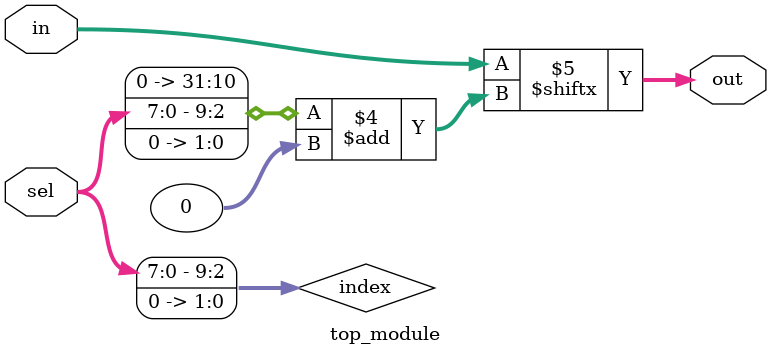
<source format=sv>
module top_module (
	input [1023:0] in,
	input [7:0] sel,
	output [3:0] out
);
	// Calculate the starting index of the 4-bit block
	// based on the selection vector (sel)
	reg [9:0] index;
	always @(sel) begin
		index = sel << 2;
	end
	
	// Extract the 4-bit block from the input vector (in)
	// starting from the calculated index
	always @(in, index) begin
		out = in[index +: 4];
	end
endmodule

</source>
